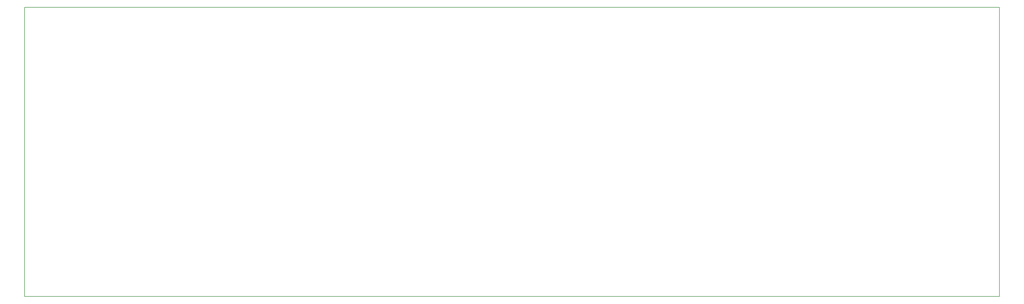
<source format=gbr>
G04 #@! TF.FileFunction,Profile,NP*
%FSLAX46Y46*%
G04 Gerber Fmt 4.6, Leading zero omitted, Abs format (unit mm)*
G04 Created by KiCad (PCBNEW 4.0.2-stable) date 7/14/2016 7:04:17 PM*
%MOMM*%
G01*
G04 APERTURE LIST*
%ADD10C,0.100000*%
%ADD11C,0.150000*%
G04 APERTURE END LIST*
D10*
D11*
X62800000Y-156930000D02*
X388750000Y-156930000D01*
X62800000Y-60060000D02*
X62800000Y-156930000D01*
X388750000Y-156930000D02*
X388750000Y-60060000D01*
X62800000Y-60060000D02*
X388750000Y-60060000D01*
M02*

</source>
